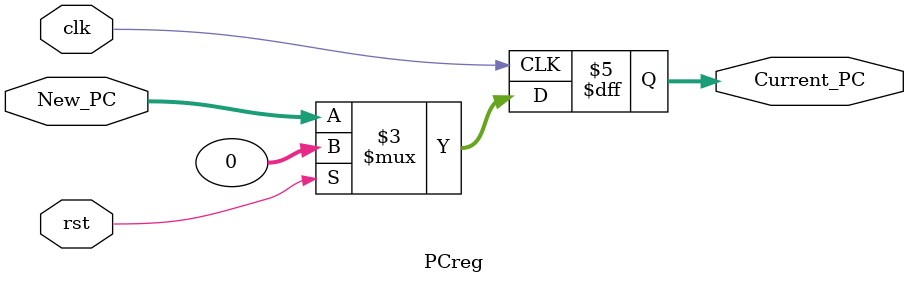
<source format=sv>
module PCreg #(
    
    parameter DATA_WIDTH = 32

) (
    input logic                    clk, 
    //change back to one line once its working
    input logic                    rst,
    input logic  [DATA_WIDTH-1:0]  New_PC,
    output logic [DATA_WIDTH-1:0]  Current_PC 
);



always_ff @(posedge clk) begin

    //(rst) ? Current_PC <= 32'b0 : Current_PC <= New_PC;

    if (rst) Current_PC <= 32'b0;
    else Current_PC <= New_PC;

end
    
endmodule



</source>
